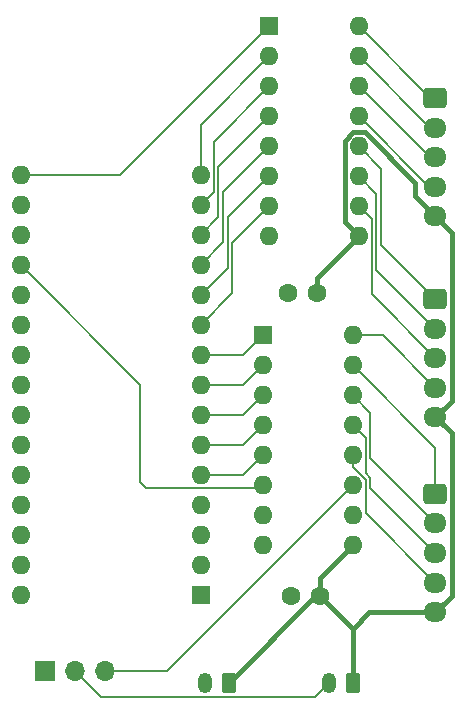
<source format=gbr>
%TF.GenerationSoftware,KiCad,Pcbnew,8.0.3*%
%TF.CreationDate,2024-06-17T15:26:31+02:00*%
%TF.ProjectId,OFMBearBoard1_0_Bruno,4f464d42-6561-4724-926f-617264315f30,1.1*%
%TF.SameCoordinates,Original*%
%TF.FileFunction,Copper,L1,Top*%
%TF.FilePolarity,Positive*%
%FSLAX46Y46*%
G04 Gerber Fmt 4.6, Leading zero omitted, Abs format (unit mm)*
G04 Created by KiCad (PCBNEW 8.0.3) date 2024-06-17 15:26:31*
%MOMM*%
%LPD*%
G01*
G04 APERTURE LIST*
G04 Aperture macros list*
%AMRoundRect*
0 Rectangle with rounded corners*
0 $1 Rounding radius*
0 $2 $3 $4 $5 $6 $7 $8 $9 X,Y pos of 4 corners*
0 Add a 4 corners polygon primitive as box body*
4,1,4,$2,$3,$4,$5,$6,$7,$8,$9,$2,$3,0*
0 Add four circle primitives for the rounded corners*
1,1,$1+$1,$2,$3*
1,1,$1+$1,$4,$5*
1,1,$1+$1,$6,$7*
1,1,$1+$1,$8,$9*
0 Add four rect primitives between the rounded corners*
20,1,$1+$1,$2,$3,$4,$5,0*
20,1,$1+$1,$4,$5,$6,$7,0*
20,1,$1+$1,$6,$7,$8,$9,0*
20,1,$1+$1,$8,$9,$2,$3,0*%
G04 Aperture macros list end*
%TA.AperFunction,ComponentPad*%
%ADD10R,1.600000X1.600000*%
%TD*%
%TA.AperFunction,ComponentPad*%
%ADD11O,1.600000X1.600000*%
%TD*%
%TA.AperFunction,ComponentPad*%
%ADD12RoundRect,0.250000X-0.725000X0.600000X-0.725000X-0.600000X0.725000X-0.600000X0.725000X0.600000X0*%
%TD*%
%TA.AperFunction,ComponentPad*%
%ADD13O,1.950000X1.700000*%
%TD*%
%TA.AperFunction,ComponentPad*%
%ADD14C,1.600000*%
%TD*%
%TA.AperFunction,ComponentPad*%
%ADD15RoundRect,0.250000X0.350000X0.625000X-0.350000X0.625000X-0.350000X-0.625000X0.350000X-0.625000X0*%
%TD*%
%TA.AperFunction,ComponentPad*%
%ADD16O,1.200000X1.750000*%
%TD*%
%TA.AperFunction,ComponentPad*%
%ADD17R,1.700000X1.700000*%
%TD*%
%TA.AperFunction,ComponentPad*%
%ADD18O,1.700000X1.700000*%
%TD*%
%TA.AperFunction,Conductor*%
%ADD19C,0.200000*%
%TD*%
%TA.AperFunction,Conductor*%
%ADD20C,0.400000*%
%TD*%
G04 APERTURE END LIST*
D10*
%TO.P,U2,1,I1*%
%TO.N,/D06*%
X109880000Y-52580000D03*
D11*
%TO.P,U2,2,I2*%
%TO.N,/D05*%
X109880000Y-55120000D03*
%TO.P,U2,3,I3*%
%TO.N,/D04*%
X109880000Y-57660000D03*
%TO.P,U2,4,I4*%
%TO.N,/D03*%
X109880000Y-60200000D03*
%TO.P,U2,5,I5*%
%TO.N,/D02*%
X109880000Y-62740000D03*
%TO.P,U2,6,I6*%
%TO.N,/A00*%
X109880000Y-65280000D03*
%TO.P,U2,7,I7*%
%TO.N,unconnected-(U2-I7-Pad7)*%
X109880000Y-67820000D03*
%TO.P,U2,8,GND*%
%TO.N,GND*%
X109880000Y-70360000D03*
%TO.P,U2,9,COM*%
%TO.N,+5V*%
X117500000Y-70360000D03*
%TO.P,U2,10,O7*%
%TO.N,unconnected-(U2-O7-Pad10)*%
X117500000Y-67820000D03*
%TO.P,U2,11,O6*%
%TO.N,Net-(JP1-B)*%
X117500000Y-65280000D03*
%TO.P,U2,12,O5*%
%TO.N,/ZM4*%
X117500000Y-62740000D03*
%TO.P,U2,13,O4*%
%TO.N,/ZM3*%
X117500000Y-60200000D03*
%TO.P,U2,14,O3*%
%TO.N,/ZM2*%
X117500000Y-57660000D03*
%TO.P,U2,15,O2*%
%TO.N,/ZM1*%
X117500000Y-55120000D03*
%TO.P,U2,16,O1*%
%TO.N,/YM4*%
X117500000Y-52580000D03*
%TD*%
D12*
%TO.P,J2,1,Pin_1*%
%TO.N,/YM1*%
X124500000Y-49500000D03*
D13*
%TO.P,J2,2,Pin_2*%
%TO.N,/YM2*%
X124500000Y-52000000D03*
%TO.P,J2,3,Pin_3*%
%TO.N,/YM3*%
X124500000Y-54500000D03*
%TO.P,J2,4,Pin_4*%
%TO.N,/YM4*%
X124500000Y-57000000D03*
%TO.P,J2,5,Pin_5*%
%TO.N,+5V*%
X124500000Y-59500000D03*
%TD*%
D10*
%TO.P,U1,1,I1*%
%TO.N,/D13*%
X110380000Y-26420000D03*
D11*
%TO.P,U1,2,I2*%
%TO.N,/D12*%
X110380000Y-28960000D03*
%TO.P,U1,3,I3*%
%TO.N,/D11*%
X110380000Y-31500000D03*
%TO.P,U1,4,I4*%
%TO.N,/D10*%
X110380000Y-34040000D03*
%TO.P,U1,5,I5*%
%TO.N,/D09*%
X110380000Y-36580000D03*
%TO.P,U1,6,I6*%
%TO.N,/D08*%
X110380000Y-39120000D03*
%TO.P,U1,7,I7*%
%TO.N,/D07*%
X110380000Y-41660000D03*
%TO.P,U1,8,GND*%
%TO.N,GND*%
X110380000Y-44200000D03*
%TO.P,U1,9,COM*%
%TO.N,+5V*%
X118000000Y-44200000D03*
%TO.P,U1,10,O7*%
%TO.N,/YM3*%
X118000000Y-41660000D03*
%TO.P,U1,11,O6*%
%TO.N,/YM2*%
X118000000Y-39120000D03*
%TO.P,U1,12,O5*%
%TO.N,/YM1*%
X118000000Y-36580000D03*
%TO.P,U1,13,O4*%
%TO.N,/XM4*%
X118000000Y-34040000D03*
%TO.P,U1,14,O3*%
%TO.N,/XM3*%
X118000000Y-31500000D03*
%TO.P,U1,15,O2*%
%TO.N,/XM2*%
X118000000Y-28960000D03*
%TO.P,U1,16,O1*%
%TO.N,/XM1*%
X118000000Y-26420000D03*
%TD*%
D14*
%TO.P,C1,1*%
%TO.N,GND*%
X112000000Y-48960000D03*
%TO.P,C1,2*%
%TO.N,+5V*%
X114500000Y-48960000D03*
%TD*%
%TO.P,C2,1*%
%TO.N,GND*%
X112250000Y-74660000D03*
%TO.P,C2,2*%
%TO.N,+5V*%
X114750000Y-74660000D03*
%TD*%
D15*
%TO.P,J4,1,Pin_1*%
%TO.N,+5V*%
X117500000Y-82000000D03*
D16*
%TO.P,J4,2,Pin_2*%
%TO.N,Net-(J4-Pin_2)*%
X115500000Y-82000000D03*
%TD*%
D17*
%TO.P,JP1,1,A*%
%TO.N,GND*%
X91475000Y-81000000D03*
D18*
%TO.P,JP1,2,C*%
%TO.N,Net-(J4-Pin_2)*%
X94015000Y-81000000D03*
%TO.P,JP1,3,B*%
%TO.N,Net-(JP1-B)*%
X96555000Y-81000000D03*
%TD*%
D12*
%TO.P,J1,1,Pin_1*%
%TO.N,/XM1*%
X124500000Y-32500000D03*
D13*
%TO.P,J1,2,Pin_2*%
%TO.N,/XM2*%
X124500000Y-35000000D03*
%TO.P,J1,3,Pin_3*%
%TO.N,/XM3*%
X124500000Y-37500000D03*
%TO.P,J1,4,Pin_4*%
%TO.N,/XM4*%
X124500000Y-40000000D03*
%TO.P,J1,5,Pin_5*%
%TO.N,+5V*%
X124500000Y-42500000D03*
%TD*%
D12*
%TO.P,J3,1,Pin_1*%
%TO.N,/ZM1*%
X124500000Y-66000000D03*
D13*
%TO.P,J3,2,Pin_2*%
%TO.N,/ZM2*%
X124500000Y-68500000D03*
%TO.P,J3,3,Pin_3*%
%TO.N,/ZM3*%
X124500000Y-71000000D03*
%TO.P,J3,4,Pin_4*%
%TO.N,/ZM4*%
X124500000Y-73500000D03*
%TO.P,J3,5,Pin_5*%
%TO.N,+5V*%
X124500000Y-76000000D03*
%TD*%
D15*
%TO.P,J5,1,Pin_1*%
%TO.N,+5V*%
X107000000Y-82000000D03*
D16*
%TO.P,J5,2,Pin_2*%
%TO.N,GND*%
X105000000Y-82000000D03*
%TD*%
D10*
%TO.P,A1,1,D1/TX*%
%TO.N,unconnected-(A1-D1{slash}TX-Pad1)*%
X104610000Y-74550000D03*
D11*
%TO.P,A1,2,D0/RX*%
%TO.N,unconnected-(A1-D0{slash}RX-Pad2)*%
X104610000Y-72010000D03*
%TO.P,A1,3,~{RESET}*%
%TO.N,unconnected-(A1-~{RESET}-Pad3)*%
X104610000Y-69470000D03*
%TO.P,A1,4,GND*%
%TO.N,GND*%
X104610000Y-66930000D03*
%TO.P,A1,5,D2*%
%TO.N,/D02*%
X104610000Y-64390000D03*
%TO.P,A1,6,D3*%
%TO.N,/D03*%
X104610000Y-61850000D03*
%TO.P,A1,7,D4*%
%TO.N,/D04*%
X104610000Y-59310000D03*
%TO.P,A1,8,D5*%
%TO.N,/D05*%
X104610000Y-56770000D03*
%TO.P,A1,9,D6*%
%TO.N,/D06*%
X104610000Y-54230000D03*
%TO.P,A1,10,D7*%
%TO.N,/D07*%
X104610000Y-51690000D03*
%TO.P,A1,11,D8*%
%TO.N,/D08*%
X104610000Y-49150000D03*
%TO.P,A1,12,D9*%
%TO.N,/D09*%
X104610000Y-46610000D03*
%TO.P,A1,13,D10*%
%TO.N,/D10*%
X104610000Y-44070000D03*
%TO.P,A1,14,D11*%
%TO.N,/D11*%
X104610000Y-41530000D03*
%TO.P,A1,15,D12*%
%TO.N,/D12*%
X104610000Y-38990000D03*
%TO.P,A1,16,D13*%
%TO.N,/D13*%
X89370000Y-38990000D03*
%TO.P,A1,17,3V3*%
%TO.N,unconnected-(A1-3V3-Pad17)*%
X89370000Y-41530000D03*
%TO.P,A1,18,AREF*%
%TO.N,unconnected-(A1-AREF-Pad18)*%
X89370000Y-44070000D03*
%TO.P,A1,19,A0*%
%TO.N,/A00*%
X89370000Y-46610000D03*
%TO.P,A1,20,A1*%
%TO.N,unconnected-(A1-A1-Pad20)*%
X89370000Y-49150000D03*
%TO.P,A1,21,A2*%
%TO.N,unconnected-(A1-A2-Pad21)*%
X89370000Y-51690000D03*
%TO.P,A1,22,A3*%
%TO.N,unconnected-(A1-A3-Pad22)*%
X89370000Y-54230000D03*
%TO.P,A1,23,A4*%
%TO.N,unconnected-(A1-A4-Pad23)*%
X89370000Y-56770000D03*
%TO.P,A1,24,A5*%
%TO.N,unconnected-(A1-A5-Pad24)*%
X89370000Y-59310000D03*
%TO.P,A1,25,A6*%
%TO.N,unconnected-(A1-A6-Pad25)*%
X89370000Y-61850000D03*
%TO.P,A1,26,A7*%
%TO.N,unconnected-(A1-A7-Pad26)*%
X89370000Y-64390000D03*
%TO.P,A1,27,+5V*%
%TO.N,unconnected-(A1-+5V-Pad27)*%
X89370000Y-66930000D03*
%TO.P,A1,28,~{RESET}*%
%TO.N,unconnected-(A1-~{RESET}-Pad28)*%
X89370000Y-69470000D03*
%TO.P,A1,29,GND*%
%TO.N,GND*%
X89370000Y-72010000D03*
%TO.P,A1,30,VIN*%
%TO.N,unconnected-(A1-VIN-Pad30)*%
X89370000Y-74550000D03*
%TD*%
D19*
%TO.N,/A00*%
X99500000Y-65000000D02*
X99500000Y-56740000D01*
X109660000Y-65500000D02*
X100000000Y-65500000D01*
X100000000Y-65500000D02*
X99500000Y-65000000D01*
X99500000Y-56740000D02*
X89370000Y-46610000D01*
X109880000Y-65280000D02*
X109660000Y-65500000D01*
D20*
%TO.N,+5V*%
X114340000Y-74660000D02*
X114750000Y-74660000D01*
X117502943Y-35380000D02*
X118497057Y-35380000D01*
X114500000Y-47700000D02*
X118000000Y-44200000D01*
X122800000Y-39682943D02*
X122800000Y-40800000D01*
X122800000Y-40800000D02*
X124500000Y-42500000D01*
X118910000Y-76000000D02*
X117500000Y-77410000D01*
X114750000Y-73110000D02*
X117500000Y-70360000D01*
X118000000Y-44200000D02*
X116800000Y-43000000D01*
X117500000Y-82000000D02*
X117500000Y-77410000D01*
X125875000Y-43875000D02*
X124500000Y-42500000D01*
X114750000Y-74660000D02*
X114750000Y-73110000D01*
X114500000Y-48960000D02*
X114500000Y-47700000D01*
X125875000Y-60875000D02*
X124500000Y-59500000D01*
X125875000Y-58125000D02*
X125875000Y-43875000D01*
X124500000Y-76000000D02*
X125875000Y-74625000D01*
X116800000Y-36082943D02*
X117502943Y-35380000D01*
X124500000Y-76000000D02*
X118910000Y-76000000D01*
X117500000Y-77410000D02*
X114750000Y-74660000D01*
X118497057Y-35380000D02*
X122800000Y-39682943D01*
X124500000Y-59500000D02*
X125875000Y-58125000D01*
X125875000Y-74625000D02*
X125875000Y-60875000D01*
X107000000Y-82000000D02*
X114340000Y-74660000D01*
X116800000Y-43000000D02*
X116800000Y-36082943D01*
D19*
%TO.N,Net-(J4-Pin_2)*%
X96190000Y-83175000D02*
X114325000Y-83175000D01*
X114325000Y-83175000D02*
X115500000Y-82000000D01*
X94015000Y-81000000D02*
X96190000Y-83175000D01*
%TO.N,Net-(JP1-B)*%
X117500000Y-65280000D02*
X101780000Y-81000000D01*
X101780000Y-81000000D02*
X96555000Y-81000000D01*
%TO.N,/D02*%
X108230000Y-64390000D02*
X109880000Y-62740000D01*
X104610000Y-64390000D02*
X108230000Y-64390000D01*
%TO.N,/D08*%
X106910000Y-46850000D02*
X106910000Y-42590000D01*
X104610000Y-49150000D02*
X106910000Y-46850000D01*
X106910000Y-42590000D02*
X110380000Y-39120000D01*
%TO.N,/D03*%
X108230000Y-61850000D02*
X109880000Y-60200000D01*
X104610000Y-61850000D02*
X108230000Y-61850000D01*
%TO.N,/D13*%
X89370000Y-38990000D02*
X97810000Y-38990000D01*
X97810000Y-38990000D02*
X110380000Y-26420000D01*
%TO.N,/D07*%
X107310000Y-48990000D02*
X107310000Y-44730000D01*
X104610000Y-51690000D02*
X107310000Y-48990000D01*
X107310000Y-44730000D02*
X110380000Y-41660000D01*
%TO.N,/D12*%
X104610000Y-34730000D02*
X110380000Y-28960000D01*
X104610000Y-38990000D02*
X104610000Y-34730000D01*
%TO.N,/D10*%
X106110000Y-42570000D02*
X106110000Y-38310000D01*
X106110000Y-38310000D02*
X110380000Y-34040000D01*
X104610000Y-44070000D02*
X106110000Y-42570000D01*
%TO.N,/D05*%
X104610000Y-56770000D02*
X108230000Y-56770000D01*
X108230000Y-56770000D02*
X109880000Y-55120000D01*
%TO.N,/D06*%
X104610000Y-54230000D02*
X108230000Y-54230000D01*
X108230000Y-54230000D02*
X109880000Y-52580000D01*
%TO.N,/D04*%
X104610000Y-59310000D02*
X108230000Y-59310000D01*
X108230000Y-59310000D02*
X109880000Y-57660000D01*
%TO.N,/D09*%
X104610000Y-46610000D02*
X106510000Y-44710000D01*
X106510000Y-40450000D02*
X110380000Y-36580000D01*
X106510000Y-44710000D02*
X106510000Y-40450000D01*
%TO.N,/D11*%
X104610000Y-41530000D02*
X105710000Y-40430000D01*
X105710000Y-40430000D02*
X105710000Y-36170000D01*
X105710000Y-36170000D02*
X110380000Y-31500000D01*
%TO.N,/XM2*%
X118000000Y-28960000D02*
X124040000Y-35000000D01*
X124040000Y-35000000D02*
X124500000Y-35000000D01*
%TO.N,/XM1*%
X124080000Y-32500000D02*
X124500000Y-32500000D01*
X118000000Y-26420000D02*
X124080000Y-32500000D01*
%TO.N,/XM4*%
X123960000Y-40000000D02*
X124500000Y-40000000D01*
X118000000Y-34040000D02*
X123960000Y-40000000D01*
%TO.N,/XM3*%
X118000000Y-31500000D02*
X124000000Y-37500000D01*
X124000000Y-37500000D02*
X124500000Y-37500000D01*
%TO.N,/YM2*%
X119500000Y-40620000D02*
X119500000Y-47000000D01*
X119500000Y-47000000D02*
X124500000Y-52000000D01*
X118000000Y-39120000D02*
X119500000Y-40620000D01*
%TO.N,/YM3*%
X119100000Y-42760000D02*
X119100000Y-49100000D01*
X119100000Y-49100000D02*
X124500000Y-54500000D01*
X118000000Y-41660000D02*
X119100000Y-42760000D01*
%TO.N,/YM4*%
X120080000Y-52580000D02*
X124500000Y-57000000D01*
X117500000Y-52580000D02*
X120080000Y-52580000D01*
%TO.N,/YM1*%
X119900000Y-38480000D02*
X119900000Y-44900000D01*
X119900000Y-44900000D02*
X124500000Y-49500000D01*
X118000000Y-36580000D02*
X119900000Y-38480000D01*
%TO.N,/ZM1*%
X124500000Y-62120000D02*
X124500000Y-66000000D01*
X117500000Y-55120000D02*
X124500000Y-62120000D01*
%TO.N,/ZM3*%
X117500000Y-60200000D02*
X118600000Y-61300000D01*
X119000000Y-65500000D02*
X124500000Y-71000000D01*
X118600000Y-64258679D02*
X119000000Y-64658679D01*
X119000000Y-64658679D02*
X119000000Y-65500000D01*
X118600000Y-61300000D02*
X118600000Y-64258679D01*
%TO.N,/ZM2*%
X119000000Y-63000000D02*
X124500000Y-68500000D01*
X117500000Y-57660000D02*
X119000000Y-59160000D01*
X119000000Y-59160000D02*
X119000000Y-63000000D01*
%TO.N,/ZM4*%
X118600000Y-67600000D02*
X124500000Y-73500000D01*
X117500000Y-62740000D02*
X117500000Y-63724365D01*
X117500000Y-63724365D02*
X118600000Y-64824365D01*
X118600000Y-64824365D02*
X118600000Y-67600000D01*
%TD*%
M02*

</source>
